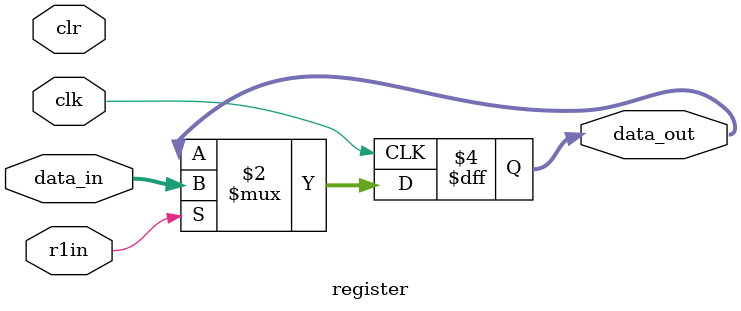
<source format=v>
module register(clk, clr, r1in, data_in, data_out);

input clk;
input clr;
input r1in;
input [31:0] data_in;
output reg [31:0] data_out;
always@(posedge clk) begin
  if(r1in)
    data_out <= data_in;
end
endmodule 
</source>
